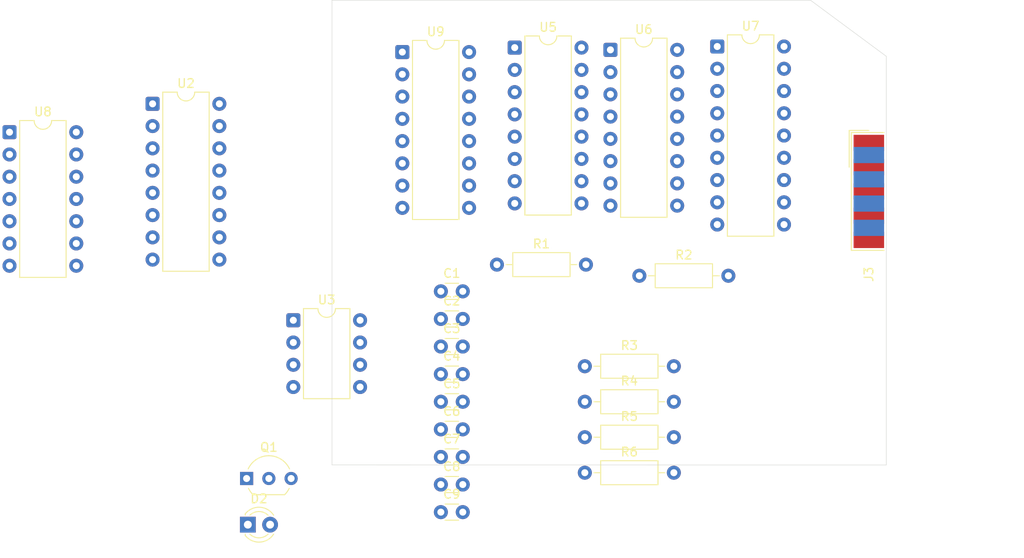
<source format=kicad_pcb>
(kicad_pcb (version 20241229) (generator "pcbnew") (generator_version "9.0")
  (layers (0 "F.Cu" signal) (2 "B.Cu" signal) (13 "F.Paste" user) (15 "B.Paste" user) (5 "F.SilkS" user "F.Silkscreen") (7 "B.SilkS" user "B.Silkscreen") (1 "F.Mask" user) (3 "B.Mask" user) (25 "Edge.Cuts" user))
  (net 0 "")
  (net 1 "Net-(U3-THR)")
  (net 2 "GND")
  (net 3 "Net-(U3-CV)")
  (net 4 "+5V")
  (net 5 "Net-(D2-A)")
  (net 6 "/DOWN")
  (net 7 "/LEFT")
  (net 9 "/BUTTON2")
  (net 10 "/TRIGGER")
  (net 11 "/RIGHT")
  (net 12 "/UP")
  (net 13 "Net-(Q1-C)")
  (net 14 "Net-(Q1-B)")
  (net 15 "Net-(U3-DIS)")
  (net 16 "/SNES_Data")
  (net 17 "Net-(D1-A)")
  (net 18 "/TURBO")
  (net 21 "/SNES_Clock")
  (net 24 "/SNES_Latch")
  (net 25 "/Turbo_Fire_CLK")
  (net 32 "/SNES_R")
  (net 33 "Net-(U5-QH')")
  (net 35 "/SNES_L")
  (net 37 "Net-(U5-RCLK)")
  (net 38 "/SNES_X")
  (net 39 "/SNES_A")
  (net 42 "/SNES_B")
  (net 44 "/SNES_Select")
  (net 45 "/SNES_Start")
  (net 46 "/SNES_Left")
  (net 47 "/SNES_Right")
  (net 48 "/SNES_Y")
  (net 49 "/SNES_Down")
  (net 50 "/SNES_Up")
  (net 53 "/Turbo_Trigger")
  (net 56 "/~{TURBO}")
  (footprint "Capacitor_THT:C_Disc_D3.0mm_W1.6mm_P2.50mm" (layer "F.Cu") (at 154.512 95.101)
    (property "Reference" "C7" (at 1.25 -2.05 0) (layer "F.SilkS"))
    (property "Value" "1 uF")
    (fp_line (start 0.485 -0.92) (end 2.015 -0.92) (stroke (width 0.12)) (layer "F.SilkS"))
    (fp_line (start 2.015 0.92) (end 0.485 0.92) (stroke (width 0.12)) (layer "F.SilkS"))
    (pad "1" thru_hole circle (at 0 0) (size 1.6 1.6) (drill 0.8) (layers "*.Cu" "*.Mask") (net 4 "+5V"))
    (pad "2" thru_hole circle (at 2.5 0) (size 1.6 1.6) (drill 0.8) (layers "*.Cu" "*.Mask") (net 2 "GND"))
  )
  (footprint "Resistor_THT:R_Axial_DIN0207_L6.3mm_D2.5mm_P10.16mm_Horizontal" (layer "F.Cu") (at 160.909 73.152)
    (property "Reference" "R1" (at 5.08 -2.37 0) (layer "F.SilkS"))
    (property "Value" "680R")
    (fp_line (start 1.04 0) (end 1.81 0) (stroke (width 0.12)) (layer "F.SilkS"))
    (fp_line (start 9.12 0) (end 8.35 0) (stroke (width 0.12)) (layer "F.SilkS"))
    (fp_rect (start 1.81 -1.37) (end 8.35 1.37) (stroke (width 0.12)) (fill no) (layer "F.SilkS"))
    (pad "1" thru_hole circle (at 0 0) (size 1.6 1.6) (drill 0.8) (layers "*.Cu" "*.Mask") (net 1 "Net-(U3-THR)"))
    (pad "2" thru_hole circle (at 10.16 0) (size 1.6 1.6) (drill 0.8) (layers "*.Cu" "*.Mask") (net 15 "Net-(U3-DIS)"))
  )
  (footprint "Package_DIP:DIP-8_W7.62mm" (layer "F.Cu") (at 137.673 79.502)
    (property "Reference" "U3" (at 3.81 -2.33 0) (layer "F.SilkS"))
    (property "Value" "NE555P")
    (fp_line (start 1.16 -1.33) (end 1.16 8.95) (stroke (width 0.12)) (layer "F.SilkS"))
    (fp_line (start 1.16 8.95) (end 6.46 8.95) (stroke (width 0.12)) (layer "F.SilkS"))
    (fp_line (start 2.81 -1.33) (end 1.16 -1.33) (stroke (width 0.12)) (layer "F.SilkS"))
    (fp_line (start 6.46 -1.33) (end 4.81 -1.33) (stroke (width 0.12)) (layer "F.SilkS"))
    (fp_line (start 6.46 8.95) (end 6.46 -1.33) (stroke (width 0.12)) (layer "F.SilkS"))
    (fp_arc (start 4.81 -1.33) (mid 3.81 -0.33) (end 2.81 -1.33) (stroke (width 0.12)) (layer "F.SilkS"))
    (pad "1" thru_hole roundrect (at 0 0) (size 1.6 1.6) (drill 0.8) (layers "*.Cu" "*.Mask") (roundrect_rratio 0.15625) (net 2 "GND"))
    (pad "2" thru_hole circle (at 0 2.54) (size 1.6 1.6) (drill 0.8) (layers "*.Cu" "*.Mask") (net 1 "Net-(U3-THR)"))
    (pad "3" thru_hole circle (at 0 5.08) (size 1.6 1.6) (drill 0.8) (layers "*.Cu" "*.Mask") (net 21 "/SNES_Clock"))
    (pad "4" thru_hole circle (at 0 7.62) (size 1.6 1.6) (drill 0.8) (layers "*.Cu" "*.Mask") (net 4 "+5V"))
    (pad "5" thru_hole circle (at 7.62 7.62) (size 1.6 1.6) (drill 0.8) (layers "*.Cu" "*.Mask") (net 3 "Net-(U3-CV)"))
    (pad "6" thru_hole circle (at 7.62 5.08) (size 1.6 1.6) (drill 0.8) (layers "*.Cu" "*.Mask") (net 1 "Net-(U3-THR)"))
    (pad "7" thru_hole circle (at 7.62 2.54) (size 1.6 1.6) (drill 0.8) (layers "*.Cu" "*.Mask") (net 15 "Net-(U3-DIS)"))
    (pad "8" thru_hole circle (at 7.62 0) (size 1.6 1.6) (drill 0.8) (layers "*.Cu" "*.Mask") (net 4 "+5V"))
  )
  (footprint "Capacitor_THT:C_Disc_D3.0mm_W1.6mm_P2.50mm" (layer "F.Cu") (at 154.512 76.201)
    (property "Reference" "C1" (at 1.25 -2.05 0) (layer "F.SilkS"))
    (property "Value" "4.7 nF")
    (fp_line (start 0.485 -0.92) (end 2.015 -0.92) (stroke (width 0.12)) (layer "F.SilkS"))
    (fp_line (start 2.015 0.92) (end 0.485 0.92) (stroke (width 0.12)) (layer "F.SilkS"))
    (pad "1" thru_hole circle (at 0 0) (size 1.6 1.6) (drill 0.8) (layers "*.Cu" "*.Mask") (net 1 "Net-(U3-THR)"))
    (pad "2" thru_hole circle (at 2.5 0) (size 1.6 1.6) (drill 0.8) (layers "*.Cu" "*.Mask") (net 2 "GND"))
  )
  (footprint "Resistor_THT:R_Axial_DIN0207_L6.3mm_D2.5mm_P10.16mm_Horizontal" (layer "F.Cu") (at 170.942 84.751)
    (property "Reference" "R3" (at 5.08 -2.37 0) (layer "F.SilkS"))
    (property "Value" "10K")
    (fp_line (start 1.04 0) (end 1.81 0) (stroke (width 0.12)) (layer "F.SilkS"))
    (fp_line (start 9.12 0) (end 8.35 0) (stroke (width 0.12)) (layer "F.SilkS"))
    (fp_rect (start 1.81 -1.37) (end 8.35 1.37) (stroke (width 0.12)) (fill no) (layer "F.SilkS"))
    (pad "1" thru_hole circle (at 0 0) (size 1.6 1.6) (drill 0.8) (layers "*.Cu" "*.Mask") (net 13 "Net-(Q1-C)"))
    (pad "2" thru_hole circle (at 10.16 0) (size 1.6 1.6) (drill 0.8) (layers "*.Cu" "*.Mask") (net 4 "+5V"))
  )
  (footprint "Package_DIP:DIP-16_W7.62mm" (layer "F.Cu") (at 162.941 48.387)
    (property "Reference" "U5" (at 3.81 -2.33 0) (layer "F.SilkS"))
    (property "Value" "74HC595")
    (fp_line (start 1.16 -1.33) (end 1.16 19.11) (stroke (width 0.12)) (layer "F.SilkS"))
    (fp_line (start 1.16 19.11) (end 6.46 19.11) (stroke (width 0.12)) (layer "F.SilkS"))
    (fp_line (start 2.81 -1.33) (end 1.16 -1.33) (stroke (width 0.12)) (layer "F.SilkS"))
    (fp_line (start 6.46 -1.33) (end 4.81 -1.33) (stroke (width 0.12)) (layer "F.SilkS"))
    (fp_line (start 6.46 19.11) (end 6.46 -1.33) (stroke (width 0.12)) (layer "F.SilkS"))
    (fp_arc (start 4.81 -1.33) (mid 3.81 -0.33) (end 2.81 -1.33) (stroke (width 0.12)) (layer "F.SilkS"))
    (pad "1" thru_hole roundrect (at 0 0) (size 1.6 1.6) (drill 0.8) (layers "*.Cu" "*.Mask") (roundrect_rratio 0.15625))
    (pad "2" thru_hole circle (at 0 2.54) (size 1.6 1.6) (drill 0.8) (layers "*.Cu" "*.Mask"))
    (pad "3" thru_hole circle (at 0 5.08) (size 1.6 1.6) (drill 0.8) (layers "*.Cu" "*.Mask"))
    (pad "4" thru_hole circle (at 0 7.62) (size 1.6 1.6) (drill 0.8) (layers "*.Cu" "*.Mask") (net 32 "/SNES_R"))
    (pad "5" thru_hole circle (at 0 10.16) (size 1.6 1.6) (drill 0.8) (layers "*.Cu" "*.Mask") (net 35 "/SNES_L"))
    (pad "6" thru_hole circle (at 0 12.7) (size 1.6 1.6) (drill 0.8) (layers "*.Cu" "*.Mask") (net 38 "/SNES_X"))
    (pad "7" thru_hole circle (at 0 15.24) (size 1.6 1.6) (drill 0.8) (layers "*.Cu" "*.Mask") (net 39 "/SNES_A"))
    (pad "8" thru_hole circle (at 0 17.78) (size 1.6 1.6) (drill 0.8) (layers "*.Cu" "*.Mask") (net 2 "GND"))
    (pad "9" thru_hole circle (at 7.62 17.78) (size 1.6 1.6) (drill 0.8) (layers "*.Cu" "*.Mask") (net 33 "Net-(U5-QH')"))
    (pad "10" thru_hole circle (at 7.62 15.24) (size 1.6 1.6) (drill 0.8) (layers "*.Cu" "*.Mask") (net 4 "+5V"))
    (pad "11" thru_hole circle (at 7.62 12.7) (size 1.6 1.6) (drill 0.8) (layers "*.Cu" "*.Mask") (net 21 "/SNES_Clock"))
    (pad "12" thru_hole circle (at 7.62 10.16) (size 1.6 1.6) (drill 0.8) (layers "*.Cu" "*.Mask") (net 37 "Net-(U5-RCLK)"))
    (pad "13" thru_hole circle (at 7.62 7.62) (size 1.6 1.6) (drill 0.8) (layers "*.Cu" "*.Mask") (net 2 "GND"))
    (pad "14" thru_hole circle (at 7.62 5.08) (size 1.6 1.6) (drill 0.8) (layers "*.Cu" "*.Mask") (net 13 "Net-(Q1-C)"))
    (pad "15" thru_hole circle (at 7.62 2.54) (size 1.6 1.6) (drill 0.8) (layers "*.Cu" "*.Mask"))
    (pad "16" thru_hole circle (at 7.62 0) (size 1.6 1.6) (drill 0.8) (layers "*.Cu" "*.Mask") (net 4 "+5V"))
  )
  (footprint "Resistor_THT:R_Axial_DIN0207_L6.3mm_D2.5mm_P10.16mm_Horizontal" (layer "F.Cu") (at 170.942 88.801)
    (property "Reference" "R4" (at 5.08 -2.37 0) (layer "F.SilkS"))
    (property "Value" "1K")
    (fp_line (start 1.04 0) (end 1.81 0) (stroke (width 0.12)) (layer "F.SilkS"))
    (fp_line (start 9.12 0) (end 8.35 0) (stroke (width 0.12)) (layer "F.SilkS"))
    (fp_rect (start 1.81 -1.37) (end 8.35 1.37) (stroke (width 0.12)) (fill no) (layer "F.SilkS"))
    (pad "1" thru_hole circle (at 0 0) (size 1.6 1.6) (drill 0.8) (layers "*.Cu" "*.Mask") (net 14 "Net-(Q1-B)"))
    (pad "2" thru_hole circle (at 10.16 0) (size 1.6 1.6) (drill 0.8) (layers "*.Cu" "*.Mask") (net 16 "/SNES_Data"))
  )
  (footprint "Resistor_THT:R_Axial_DIN0207_L6.3mm_D2.5mm_P10.16mm_Horizontal" (layer "F.Cu") (at 170.942 96.901)
    (property "Reference" "R6" (at 5.08 -2.37 0) (layer "F.SilkS"))
    (property "Value" "330R")
    (fp_line (start 1.04 0) (end 1.81 0) (stroke (width 0.12)) (layer "F.SilkS"))
    (fp_line (start 9.12 0) (end 8.35 0) (stroke (width 0.12)) (layer "F.SilkS"))
    (fp_rect (start 1.81 -1.37) (end 8.35 1.37) (stroke (width 0.12)) (fill no) (layer "F.SilkS"))
    (pad "1" thru_hole circle (at 0 0) (size 1.6 1.6) (drill 0.8) (layers "*.Cu" "*.Mask") (net 4 "+5V"))
    (pad "2" thru_hole circle (at 10.16 0) (size 1.6 1.6) (drill 0.8) (layers "*.Cu" "*.Mask") (net 5 "Net-(D2-A)"))
  )
  (footprint "Resistor_THT:R_Axial_DIN0207_L6.3mm_D2.5mm_P10.16mm_Horizontal" (layer "F.Cu") (at 170.942 92.851)
    (property "Reference" "R5" (at 5.08 -2.37 0) (layer "F.SilkS"))
    (property "Value" "330R")
    (fp_line (start 1.04 0) (end 1.81 0) (stroke (width 0.12)) (layer "F.SilkS"))
    (fp_line (start 9.12 0) (end 8.35 0) (stroke (width 0.12)) (layer "F.SilkS"))
    (fp_rect (start 1.81 -1.37) (end 8.35 1.37) (stroke (width 0.12)) (fill no) (layer "F.SilkS"))
    (pad "1" thru_hole circle (at 0 0) (size 1.6 1.6) (drill 0.8) (layers "*.Cu" "*.Mask") (net 18 "/TURBO"))
    (pad "2" thru_hole circle (at 10.16 0) (size 1.6 1.6) (drill 0.8) (layers "*.Cu" "*.Mask") (net 17 "Net-(D1-A)"))
  )
  (footprint "LED_THT:LED_D3.0mm" (layer "F.Cu") (at 132.482 102.831)
    (property "Reference" "D2" (at 1.27 -2.96 0) (layer "F.SilkS"))
    (property "Value" "Power")
    (fp_line (start -0.29 -1.236) (end -0.29 -1.08) (stroke (width 0.12)) (layer "F.SilkS"))
    (fp_line (start -0.29 1.08) (end -0.29 1.236) (stroke (width 0.12)) (layer "F.SilkS"))
    (fp_arc (start -0.29 -1.235516) (mid 1.36566 -1.987699) (end 2.941437 -1.08) (stroke (width 0.12)) (layer "F.SilkS"))
    (fp_arc (start 0.229039 -1.08) (mid 1.27 -1.5) (end 2.310961 -1.08) (stroke (width 0.12)) (layer "F.SilkS"))
    (fp_arc (start 2.310961 1.08) (mid 1.27 1.5) (end 0.229039 1.08) (stroke (width 0.12)) (layer "F.SilkS"))
    (fp_arc (start 2.941437 1.08) (mid 1.36566 1.987699) (end -0.29 1.235516) (stroke (width 0.12)) (layer "F.SilkS"))
    (pad "1" thru_hole rect (at 0 0) (size 1.8 1.8) (drill 0.9) (layers "*.Cu" "*.Mask") (net 2 "GND"))
    (pad "2" thru_hole circle (at 2.54 0) (size 1.8 1.8) (drill 0.9) (layers "*.Cu" "*.Mask") (net 5 "Net-(D2-A)"))
  )
  (footprint "Package_DIP:DIP-16_W7.62mm" (layer "F.Cu") (at 121.612 54.801)
    (property "Reference" "U2" (at 3.81 -2.33 0) (layer "F.SilkS"))
    (property "Value" "74HC4040")
    (fp_line (start 1.16 -1.33) (end 1.16 19.11) (stroke (width 0.12)) (layer "F.SilkS"))
    (fp_line (start 1.16 19.11) (end 6.46 19.11) (stroke (width 0.12)) (layer "F.SilkS"))
    (fp_line (start 2.81 -1.33) (end 1.16 -1.33) (stroke (width 0.12)) (layer "F.SilkS"))
    (fp_line (start 6.46 -1.33) (end 4.81 -1.33) (stroke (width 0.12)) (layer "F.SilkS"))
    (fp_line (start 6.46 19.11) (end 6.46 -1.33) (stroke (width 0.12)) (layer "F.SilkS"))
    (fp_arc (start 4.81 -1.33) (mid 3.81 -0.33) (end 2.81 -1.33) (stroke (width 0.12)) (layer "F.SilkS"))
    (pad "1" thru_hole roundrect (at 0 0) (size 1.6 1.6) (drill 0.8) (layers "*.Cu" "*.Mask") (roundrect_rratio 0.15625))
    (pad "2" thru_hole circle (at 0 2.54) (size 1.6 1.6) (drill 0.8) (layers "*.Cu" "*.Mask"))
    (pad "3" thru_hole circle (at 0 5.08) (size 1.6 1.6) (drill 0.8) (layers "*.Cu" "*.Mask") (net 24 "/SNES_Latch"))
    (pad "4" thru_hole circle (at 0 7.62) (size 1.6 1.6) (drill 0.8) (layers "*.Cu" "*.Mask"))
    (pad "5" thru_hole circle (at 0 10.16) (size 1.6 1.6) (drill 0.8) (layers "*.Cu" "*.Mask"))
    (pad "6" thru_hole circle (at 0 12.7) (size 1.6 1.6) (drill 0.8) (layers "*.Cu" "*.Mask"))
    (pad "7" thru_hole circle (at 0 15.24) (size 1.6 1.6) (drill 0.8) (layers "*.Cu" "*.Mask"))
    (pad "8" thru_hole circle (at 0 17.78) (size 1.6 1.6) (drill 0.8) (layers "*.Cu" "*.Mask") (net 2 "GND"))
    (pad "9" thru_hole circle (at 7.62 17.78) (size 1.6 1.6) (drill 0.8) (layers "*.Cu" "*.Mask"))
    (pad "10" thru_hole circle (at 7.62 15.24) (size 1.6 1.6) (drill 0.8) (layers "*.Cu" "*.Mask") (net 21 "/SNES_Clock"))
    (pad "11" thru_hole circle (at 7.62 12.7) (size 1.6 1.6) (drill 0.8) (layers "*.Cu" "*.Mask") (net 2 "GND"))
    (pad "12" thru_hole circle (at 7.62 10.16) (size 1.6 1.6) (drill 0.8) (layers "*.Cu" "*.Mask"))
    (pad "13" thru_hole circle (at 7.62 7.62) (size 1.6 1.6) (drill 0.8) (layers "*.Cu" "*.Mask"))
    (pad "14" thru_hole circle (at 7.62 5.08) (size 1.6 1.6) (drill 0.8) (layers "*.Cu" "*.Mask") (net 25 "/Turbo_Fire_CLK"))
    (pad "15" thru_hole circle (at 7.62 2.54) (size 1.6 1.6) (drill 0.8) (layers "*.Cu" "*.Mask"))
    (pad "16" thru_hole circle (at 7.62 0) (size 1.6 1.6) (drill 0.8) (layers "*.Cu" "*.Mask") (net 4 "+5V"))
  )
  (footprint "Capacitor_THT:C_Disc_D3.0mm_W1.6mm_P2.50mm" (layer "F.Cu") (at 154.512 82.501)
    (property "Reference" "C3" (at 1.25 -2.05 0) (layer "F.SilkS"))
    (property "Value" "1 uF")
    (fp_line (start 0.485 -0.92) (end 2.015 -0.92) (stroke (width 0.12)) (layer "F.SilkS"))
    (fp_line (start 2.015 0.92) (end 0.485 0.92) (stroke (width 0.12)) (layer "F.SilkS"))
    (pad "1" thru_hole circle (at 0 0) (size 1.6 1.6) (drill 0.8) (layers "*.Cu" "*.Mask") (net 4 "+5V"))
    (pad "2" thru_hole circle (at 2.5 0) (size 1.6 1.6) (drill 0.8) (layers "*.Cu" "*.Mask") (net 2 "GND"))
  )
  (footprint "Package_DIP:DIP-16_W7.62mm" (layer "F.Cu") (at 173.863 48.641)
    (property "Reference" "U6" (at 3.81 -2.33 0) (layer "F.SilkS"))
    (property "Value" "74HC595")
    (fp_line (start 1.16 -1.33) (end 1.16 19.11) (stroke (width 0.12)) (layer "F.SilkS"))
    (fp_line (start 1.16 19.11) (end 6.46 19.11) (stroke (width 0.12)) (layer "F.SilkS"))
    (fp_line (start 2.81 -1.33) (end 1.16 -1.33) (stroke (width 0.12)) (layer "F.SilkS"))
    (fp_line (start 6.46 -1.33) (end 4.81 -1.33) (stroke (width 0.12)) (layer "F.SilkS"))
    (fp_line (start 6.46 19.11) (end 6.46 -1.33) (stroke (width 0.12)) (layer "F.SilkS"))
    (fp_arc (start 4.81 -1.33) (mid 3.81 -0.33) (end 2.81 -1.33) (stroke (width 0.12)) (layer "F.SilkS"))
    (pad "1" thru_hole roundrect (at 0 0) (size 1.6 1.6) (drill 0.8) (layers "*.Cu" "*.Mask") (roundrect_rratio 0.15625) (net 46 "/SNES_Left"))
    (pad "2" thru_hole circle (at 0 2.54) (size 1.6 1.6) (drill 0.8) (layers "*.Cu" "*.Mask") (net 49 "/SNES_Down"))
    (pad "3" thru_hole circle (at 0 5.08) (size 1.6 1.6) (drill 0.8) (layers "*.Cu" "*.Mask") (net 50 "/SNES_Up"))
    (pad "4" thru_hole circle (at 0 7.62) (size 1.6 1.6) (drill 0.8) (layers "*.Cu" "*.Mask") (net 45 "/SNES_Start"))
    (pad "5" thru_hole circle (at 0 10.16) (size 1.6 1.6) (drill 0.8) (layers "*.Cu" "*.Mask") (net 44 "/SNES_Select"))
    (pad "6" thru_hole circle (at 0 12.7) (size 1.6 1.6) (drill 0.8) (layers "*.Cu" "*.Mask") (net 48 "/SNES_Y"))
    (pad "7" thru_hole circle (at 0 15.24) (size 1.6 1.6) (drill 0.8) (layers "*.Cu" "*.Mask") (net 42 "/SNES_B"))
    (pad "8" thru_hole circle (at 0 17.78) (size 1.6 1.6) (drill 0.8) (layers "*.Cu" "*.Mask") (net 2 "GND"))
    (pad "9" thru_hole circle (at 7.62 17.78) (size 1.6 1.6) (drill 0.8) (layers "*.Cu" "*.Mask"))
    (pad "10" thru_hole circle (at 7.62 15.24) (size 1.6 1.6) (drill 0.8) (layers "*.Cu" "*.Mask") (net 4 "+5V"))
    (pad "11" thru_hole circle (at 7.62 12.7) (size 1.6 1.6) (drill 0.8) (layers "*.Cu" "*.Mask") (net 21 "/SNES_Clock"))
    (pad "12" thru_hole circle (at 7.62 10.16) (size 1.6 1.6) (drill 0.8) (layers "*.Cu" "*.Mask") (net 37 "Net-(U5-RCLK)"))
    (pad "13" thru_hole circle (at 7.62 7.62) (size 1.6 1.6) (drill 0.8) (layers "*.Cu" "*.Mask") (net 2 "GND"))
    (pad "14" thru_hole circle (at 7.62 5.08) (size 1.6 1.6) (drill 0.8) (layers "*.Cu" "*.Mask") (net 33 "Net-(U5-QH')"))
    (pad "15" thru_hole circle (at 7.62 2.54) (size 1.6 1.6) (drill 0.8) (layers "*.Cu" "*.Mask") (net 47 "/SNES_Right"))
    (pad "16" thru_hole circle (at 7.62 0) (size 1.6 1.6) (drill 0.8) (layers "*.Cu" "*.Mask") (net 4 "+5V"))
  )
  (footprint "Resistor_THT:R_Axial_DIN0207_L6.3mm_D2.5mm_P10.16mm_Horizontal" (layer "F.Cu") (at 177.165 74.422)
    (property "Reference" "R2" (at 5.08 -2.37 0) (layer "F.SilkS"))
    (property "Value" "2.7K")
    (fp_line (start 1.04 0) (end 1.81 0) (stroke (width 0.12)) (layer "F.SilkS"))
    (fp_line (start 9.12 0) (end 8.35 0) (stroke (width 0.12)) (layer "F.SilkS"))
    (fp_rect (start 1.81 -1.37) (end 8.35 1.37) (stroke (width 0.12)) (fill no) (layer "F.SilkS"))
    (pad "1" thru_hole circle (at 0 0) (size 1.6 1.6) (drill 0.8) (layers "*.Cu" "*.Mask") (net 15 "Net-(U3-DIS)"))
    (pad "2" thru_hole circle (at 10.16 0) (size 1.6 1.6) (drill 0.8) (layers "*.Cu" "*.Mask") (net 4 "+5V"))
  )
  (footprint "Capacitor_THT:C_Disc_D3.0mm_W1.6mm_P2.50mm" (layer "F.Cu") (at 154.512 85.651)
    (property "Reference" "C4" (at 1.25 -2.05 0) (layer "F.SilkS"))
    (property "Value" "1 uF")
    (fp_line (start 0.485 -0.92) (end 2.015 -0.92) (stroke (width 0.12)) (layer "F.SilkS"))
    (fp_line (start 2.015 0.92) (end 0.485 0.92) (stroke (width 0.12)) (layer "F.SilkS"))
    (pad "1" thru_hole circle (at 0 0) (size 1.6 1.6) (drill 0.8) (layers "*.Cu" "*.Mask") (net 4 "+5V"))
    (pad "2" thru_hole circle (at 2.5 0) (size 1.6 1.6) (drill 0.8) (layers "*.Cu" "*.Mask") (net 2 "GND"))
  )
  (footprint "Package_DIP:DIP-14_W7.62mm" (layer "F.Cu") (at 105.283 58.039)
    (property "Reference" "U8" (at 3.81 -2.33 0) (layer "F.SilkS"))
    (property "Value" "74HC74")
    (fp_line (start 1.16 -1.33) (end 1.16 16.57) (stroke (width 0.12)) (layer "F.SilkS"))
    (fp_line (start 1.16 16.57) (end 6.46 16.57) (stroke (width 0.12)) (layer "F.SilkS"))
    (fp_line (start 2.81 -1.33) (end 1.16 -1.33) (stroke (width 0.12)) (layer "F.SilkS"))
    (fp_line (start 6.46 -1.33) (end 4.81 -1.33) (stroke (width 0.12)) (layer "F.SilkS"))
    (fp_line (start 6.46 16.57) (end 6.46 -1.33) (stroke (width 0.12)) (layer "F.SilkS"))
    (fp_arc (start 4.81 -1.33) (mid 3.81 -0.33) (end 2.81 -1.33) (stroke (width 0.12)) (layer "F.SilkS"))
    (pad "1" thru_hole roundrect (at 0 0) (size 1.6 1.6) (drill 0.8) (layers "*.Cu" "*.Mask") (roundrect_rratio 0.15625) (net 4 "+5V"))
    (pad "2" thru_hole circle (at 0 2.54) (size 1.6 1.6) (drill 0.8) (layers "*.Cu" "*.Mask") (net 18 "/TURBO"))
    (pad "3" thru_hole circle (at 0 5.08) (size 1.6 1.6) (drill 0.8) (layers "*.Cu" "*.Mask") (net 44 "/SNES_Select"))
    (pad "4" thru_hole circle (at 0 7.62) (size 1.6 1.6) (drill 0.8) (layers "*.Cu" "*.Mask") (net 4 "+5V"))
    (pad "5" thru_hole circle (at 0 10.16) (size 1.6 1.6) (drill 0.8) (layers "*.Cu" "*.Mask") (net 56 "/~{TURBO}"))
    (pad "6" thru_hole circle (at 0 12.7) (size 1.6 1.6) (drill 0.8) (layers "*.Cu" "*.Mask") (net 18 "/TURBO"))
    (pad "7" thru_hole circle (at 0 15.24) (size 1.6 1.6) (drill 0.8) (layers "*.Cu" "*.Mask") (net 2 "GND"))
    (pad "8" thru_hole circle (at 7.62 15.24) (size 1.6 1.6) (drill 0.8) (layers "*.Cu" "*.Mask"))
    (pad "9" thru_hole circle (at 7.62 12.7) (size 1.6 1.6) (drill 0.8) (layers "*.Cu" "*.Mask"))
    (pad "10" thru_hole circle (at 7.62 10.16) (size 1.6 1.6) (drill 0.8) (layers "*.Cu" "*.Mask"))
    (pad "11" thru_hole circle (at 7.62 7.62) (size 1.6 1.6) (drill 0.8) (layers "*.Cu" "*.Mask"))
    (pad "12" thru_hole circle (at 7.62 5.08) (size 1.6 1.6) (drill 0.8) (layers "*.Cu" "*.Mask"))
    (pad "13" thru_hole circle (at 7.62 2.54) (size 1.6 1.6) (drill 0.8) (layers "*.Cu" "*.Mask"))
    (pad "14" thru_hole circle (at 7.62 0) (size 1.6 1.6) (drill 0.8) (layers "*.Cu" "*.Mask") (net 4 "+5V"))
  )
  (footprint "Package_TO_SOT_THT:TO-92_Inline_Wide" (layer "F.Cu") (at 132.342 97.561)
    (property "Reference" "Q1" (at 2.54 -3.56 0) (layer "F.SilkS"))
    (property "Value" "2N3904")
    (fp_line (start 0.74 1.85) (end 4.34 1.85) (stroke (width 0.12)) (layer "F.SilkS"))
    (fp_arc (start 0.1836 -1.098807) (mid 1.143021 -2.192817) (end 2.54 -2.6) (stroke (width 0.12)) (layer "F.SilkS"))
    (fp_arc (start 0.74 1.85) (mid 0.446097 1.509328) (end 0.215816 1.122795) (stroke (width 0.12)) (layer "F.SilkS"))
    (fp_arc (start 2.54 -2.6) (mid 3.936979 -2.192818) (end 4.8964 -1.098807) (stroke (width 0.12)) (layer "F.SilkS"))
    (fp_arc (start 4.864184 1.122795) (mid 4.633903 1.509328) (end 4.34 1.85) (stroke (width 0.12)) (layer "F.SilkS"))
    (pad "1" thru_hole rect (at 0 0) (size 1.5 1.5) (drill 0.8) (layers "*.Cu" "*.Mask") (net 2 "GND"))
    (pad "2" thru_hole circle (at 2.54 0) (size 1.5 1.5) (drill 0.8) (layers "*.Cu" "*.Mask") (net 14 "Net-(Q1-B)"))
    (pad "3" thru_hole circle (at 5.08 0) (size 1.5 1.5) (drill 0.8) (layers "*.Cu" "*.Mask") (net 13 "Net-(Q1-C)"))
  )
  (footprint "Capacitor_THT:C_Disc_D3.0mm_W1.6mm_P2.50mm" (layer "F.Cu") (at 154.512 101.401)
    (property "Reference" "C9" (at 1.25 -2.05 0) (layer "F.SilkS"))
    (property "Value" "1 uF")
    (fp_line (start 0.485 -0.92) (end 2.015 -0.92) (stroke (width 0.12)) (layer "F.SilkS"))
    (fp_line (start 2.015 0.92) (end 0.485 0.92) (stroke (width 0.12)) (layer "F.SilkS"))
    (pad "1" thru_hole circle (at 0 0) (size 1.6 1.6) (drill 0.8) (layers "*.Cu" "*.Mask") (net 4 "+5V"))
    (pad "2" thru_hole circle (at 2.5 0) (size 1.6 1.6) (drill 0.8) (layers "*.Cu" "*.Mask") (net 2 "GND"))
  )
  (footprint "Connector_Dsub:DSUB-9_Socket_EdgeMount_P2.77mm" (layer "F.Cu") (at 203.3575 64.8 90)
    (property "Reference" "J3" (at -9.463333 0 90) (layer "F.SilkS"))
    (property "Value" "Atari")
    (fp_line (start 6.963333 -2.24) (end 2.77 -2.24) (stroke (width 0.12)) (layer "F.SilkS"))
    (fp_line (start 6.723333 -2) (end -6.723333 -2) (stroke (width 0.12)) (layer "F.SilkS"))
    (fp_line (start -6.723333 -2) (end -6.723333 1.74) (stroke (width 0.12)) (layer "F.SilkS"))
    (fp_line (start 6.963333 0) (end 6.963333 -2.24) (stroke (width 0.12)) (layer "F.SilkS"))
    (fp_line (start 6.723333 1.74) (end 6.723333 -2) (stroke (width 0.12)) (layer "F.SilkS"))
    (pad "1" smd rect (at 5.54 0 90) (size 1.846667 3.48) (layers "F.Cu" "F.Mask" "F.Paste") (net 12 "/UP"))
    (pad "2" smd rect (at 2.77 0 90) (size 1.846667 3.48) (layers "F.Cu" "F.Mask" "F.Paste") (net 6 "/DOWN"))
    (pad "3" smd rect (at 0 0 90) (size 1.846667 3.48) (layers "F.Cu" "F.Mask" "F.Paste") (net 7 "/LEFT"))
    (pad "4" smd rect (at -2.77 0 90) (size 1.846667 3.48) (layers "F.Cu" "F.Mask" "F.Paste") (net 11 "/RIGHT"))
    (pad "5" smd rect (at -5.54 0 90) (size 1.846667 3.48) (layers "F.Cu" "F.Mask" "F.Paste"))
    (pad "6" smd rect (at 4.155 0 90) (size 1.846667 3.48) (layers "B.Cu" "B.Mask" "B.Paste") (net 10 "/TRIGGER"))
    (pad "7" smd rect (at 1.385 0 90) (size 1.846667 3.48) (layers "B.Cu" "B.Mask" "B.Paste") (net 4 "+5V"))
    (pad "8" smd rect (at -1.385 0 90) (size 1.846667 3.48) (layers "B.Cu" "B.Mask" "B.Paste") (net 2 "GND"))
    (pad "9" smd rect (at -4.155 0 90) (size 1.846667 3.48) (layers "B.Cu" "B.Mask" "B.Paste") (net 9 "/BUTTON2"))
  )
  (footprint "Capacitor_THT:C_Disc_D3.0mm_W1.6mm_P2.50mm" (layer "F.Cu") (at 154.512 91.951)
    (property "Reference" "C6" (at 1.25 -2.05 0) (layer "F.SilkS"))
    (property "Value" "1 uF")
    (fp_line (start 0.485 -0.92) (end 2.015 -0.92) (stroke (width 0.12)) (layer "F.SilkS"))
    (fp_line (start 2.015 0.92) (end 0.485 0.92) (stroke (width 0.12)) (layer "F.SilkS"))
    (pad "1" thru_hole circle (at 0 0) (size 1.6 1.6) (drill 0.8) (layers "*.Cu" "*.Mask") (net 4 "+5V"))
    (pad "2" thru_hole circle (at 2.5 0) (size 1.6 1.6) (drill 0.8) (layers "*.Cu" "*.Mask") (net 2 "GND"))
  )
  (footprint "Capacitor_THT:C_Disc_D3.0mm_W1.6mm_P2.50mm" (layer "F.Cu") (at 154.512 79.351)
    (property "Reference" "C2" (at 1.25 -2.05 0) (layer "F.SilkS"))
    (property "Value" "100 nF")
    (fp_line (start 0.485 -0.92) (end 2.015 -0.92) (stroke (width 0.12)) (layer "F.SilkS"))
    (fp_line (start 2.015 0.92) (end 0.485 0.92) (stroke (width 0.12)) (layer "F.SilkS"))
    (pad "1" thru_hole circle (at 0 0) (size 1.6 1.6) (drill 0.8) (layers "*.Cu" "*.Mask") (net 3 "Net-(U3-CV)"))
    (pad "2" thru_hole circle (at 2.5 0) (size 1.6 1.6) (drill 0.8) (layers "*.Cu" "*.Mask") (net 2 "GND"))
  )
  (footprint "Package_DIP:DIP-16_W7.62mm" (layer "F.Cu") (at 150.114 48.895)
    (property "Reference" "U9" (at 3.81 -2.33 0) (layer "F.SilkS"))
    (property "Value" "4051")
    (fp_line (start 1.16 -1.33) (end 1.16 19.11) (stroke (width 0.12)) (layer "F.SilkS"))
    (fp_line (start 1.16 19.11) (end 6.46 19.11) (stroke (width 0.12)) (layer "F.SilkS"))
    (fp_line (start 2.81 -1.33) (end 1.16 -1.33) (stroke (width 0.12)) (layer "F.SilkS"))
    (fp_line (start 6.46 -1.33) (end 4.81 -1.33) (stroke (width 0.12)) (layer "F.SilkS"))
    (fp_line (start 6.46 19.11) (end 6.46 -1.33) (stroke (width 0.12)) (layer "F.SilkS"))
    (fp_arc (start 4.81 -1.33) (mid 3.81 -0.33) (end 2.81 -1.33) (stroke (width 0.12)) (layer "F.SilkS"))
    (pad "1" thru_hole roundrect (at 0 0) (size 1.6 1.6) (drill 0.8) (layers "*.Cu" "*.Mask") (roundrect_rratio 0.15625) (net 2 "GND"))
    (pad "2" thru_hole circle (at 0 2.54) (size 1.6 1.6) (drill 0.8) (layers "*.Cu" "*.Mask") (net 2 "GND"))
    (pad "3" thru_hole circle (at 0 5.08) (size 1.6 1.6) (drill 0.8) (layers "*.Cu" "*.Mask") (net 53 "/Turbo_Trigger"))
    (pad "4" thru_hole circle (at 0 7.62) (size 1.6 1.6) (drill 0.8) (layers "*.Cu" "*.Mask") (net 2 "GND"))
    (pad "5" thru_hole circle (at 0 10.16) (size 1.6 1.6) (drill 0.8) (layers "*.Cu" "*.Mask") (net 4 "+5V"))
    (pad "6" thru_hole circle (at 0 12.7) (size 1.6 1.6) (drill 0.8) (layers "*.Cu" "*.Mask") (net 2 "GND"))
    (pad "7" thru_hole circle (at 0 15.24) (size 1.6 1.6) (drill 0.8) (layers "*.Cu" "*.Mask") (net 2 "GND"))
    (pad "8" thru_hole circle (at 0 17.78) (size 1.6 1.6) (drill 0.8) (layers "*.Cu" "*.Mask") (net 2 "GND"))
    (pad "9" thru_hole circle (at 7.62 17.78) (size 1.6 1.6) (drill 0.8) (layers "*.Cu" "*.Mask") (net 18 "/TURBO"))
    (pad "10" thru_hole circle (at 7.62 15.24) (size 1.6 1.6) (drill 0.8) (layers "*.Cu" "*.Mask") (net 56 "/~{TURBO}"))
    (pad "11" thru_hole circle (at 7.62 12.7) (size 1.6 1.6) (drill 0.8) (layers "*.Cu" "*.Mask") (net 39 "/SNES_A"))
    (pad "12" thru_hole circle (at 7.62 10.16) (size 1.6 1.6) (drill 0.8) (layers "*.Cu" "*.Mask") (net 25 "/Turbo_Fire_CLK"))
    (pad "13" thru_hole circle (at 7.62 7.62) (size 1.6 1.6) (drill 0.8) (layers "*.Cu" "*.Mask") (net 2 "GND"))
    (pad "14" thru_hole circle (at 7.62 5.08) (size 1.6 1.6) (drill 0.8) (layers "*.Cu" "*.Mask") (net 2 "GND"))
    (pad "15" thru_hole circle (at 7.62 2.54) (size 1.6 1.6) (drill 0.8) (layers "*.Cu" "*.Mask") (net 2 "GND"))
    (pad "16" thru_hole circle (at 7.62 0) (size 1.6 1.6) (drill 0.8) (layers "*.Cu" "*.Mask") (net 4 "+5V"))
  )
  (footprint "Capacitor_THT:C_Disc_D3.0mm_W1.6mm_P2.50mm" (layer "F.Cu") (at 154.512 88.801)
    (property "Reference" "C5" (at 1.25 -2.05 0) (layer "F.SilkS"))
    (property "Value" "1 uF")
    (fp_line (start 0.485 -0.92) (end 2.015 -0.92) (stroke (width 0.12)) (layer "F.SilkS"))
    (fp_line (start 2.015 0.92) (end 0.485 0.92) (stroke (width 0.12)) (layer "F.SilkS"))
    (pad "1" thru_hole circle (at 0 0) (size 1.6 1.6) (drill 0.8) (layers "*.Cu" "*.Mask") (net 4 "+5V"))
    (pad "2" thru_hole circle (at 2.5 0) (size 1.6 1.6) (drill 0.8) (layers "*.Cu" "*.Mask") (net 2 "GND"))
  )
  (footprint "Package_DIP:DIP-18_W7.62mm" (layer "F.Cu") (at 186.055 48.26)
    (property "Reference" "U7" (at 3.81 -2.33 0) (layer "F.SilkS"))
    (property "Value" "ULN2803A")
    (fp_line (start 1.16 -1.33) (end 1.16 21.65) (stroke (width 0.12)) (layer "F.SilkS"))
    (fp_line (start 1.16 21.65) (end 6.46 21.65) (stroke (width 0.12)) (layer "F.SilkS"))
    (fp_line (start 2.81 -1.33) (end 1.16 -1.33) (stroke (width 0.12)) (layer "F.SilkS"))
    (fp_line (start 6.46 -1.33) (end 4.81 -1.33) (stroke (width 0.12)) (layer "F.SilkS"))
    (fp_line (start 6.46 21.65) (end 6.46 -1.33) (stroke (width 0.12)) (layer "F.SilkS"))
    (fp_arc (start 4.81 -1.33) (mid 3.81 -0.33) (end 2.81 -1.33) (stroke (width 0.12)) (layer "F.SilkS"))
    (pad "1" thru_hole roundrect (at 0 0) (size 1.6 1.6) (drill 0.8) (layers "*.Cu" "*.Mask") (roundrect_rratio 0.15625) (net 50 "/SNES_Up"))
    (pad "2" thru_hole circle (at 0 2.54) (size 1.6 1.6) (drill 0.8) (layers "*.Cu" "*.Mask") (net 53 "/Turbo_Trigger"))
    (pad "3" thru_hole circle (at 0 5.08) (size 1.6 1.6) (drill 0.8) (layers "*.Cu" "*.Mask") (net 49 "/SNES_Down"))
    (pad "4" thru_hole circle (at 0 7.62) (size 1.6 1.6) (drill 0.8) (layers "*.Cu" "*.Mask"))
    (pad "5" thru_hole circle (at 0 10.16) (size 1.6 1.6) (drill 0.8) (layers "*.Cu" "*.Mask") (net 46 "/SNES_Left"))
    (pad "6" thru_hole circle (at 0 12.7) (size 1.6 1.6) (drill 0.8) (layers "*.Cu" "*.Mask"))
    (pad "7" thru_hole circle (at 0 15.24) (size 1.6 1.6) (drill 0.8) (layers "*.Cu" "*.Mask") (net 47 "/SNES_Right"))
    (pad "8" thru_hole circle (at 0 17.78) (size 1.6 1.6) (drill 0.8) (layers "*.Cu" "*.Mask") (net 42 "/SNES_B"))
    (pad "9" thru_hole circle (at 0 20.32) (size 1.6 1.6) (drill 0.8) (layers "*.Cu" "*.Mask") (net 2 "GND"))
    (pad "10" thru_hole circle (at 7.62 20.32) (size 1.6 1.6) (drill 0.8) (layers "*.Cu" "*.Mask") (net 4 "+5V"))
    (pad "11" thru_hole circle (at 7.62 17.78) (size 1.6 1.6) (drill 0.8) (layers "*.Cu" "*.Mask") (net 9 "/BUTTON2"))
    (pad "12" thru_hole circle (at 7.62 15.24) (size 1.6 1.6) (drill 0.8) (layers "*.Cu" "*.Mask") (net 11 "/RIGHT"))
    (pad "13" thru_hole circle (at 7.62 12.7) (size 1.6 1.6) (drill 0.8) (layers "*.Cu" "*.Mask"))
    (pad "14" thru_hole circle (at 7.62 10.16) (size 1.6 1.6) (drill 0.8) (layers "*.Cu" "*.Mask") (net 7 "/LEFT"))
    (pad "15" thru_hole circle (at 7.62 7.62) (size 1.6 1.6) (drill 0.8) (layers "*.Cu" "*.Mask"))
    (pad "16" thru_hole circle (at 7.62 5.08) (size 1.6 1.6) (drill 0.8) (layers "*.Cu" "*.Mask") (net 6 "/DOWN"))
    (pad "17" thru_hole circle (at 7.62 2.54) (size 1.6 1.6) (drill 0.8) (layers "*.Cu" "*.Mask") (net 10 "/TRIGGER"))
    (pad "18" thru_hole circle (at 7.62 0) (size 1.6 1.6) (drill 0.8) (layers "*.Cu" "*.Mask") (net 12 "/UP"))
  )
  (footprint "Capacitor_THT:C_Disc_D3.0mm_W1.6mm_P2.50mm" (layer "F.Cu") (at 154.512 98.251)
    (property "Reference" "C8" (at 1.25 -2.05 0) (layer "F.SilkS"))
    (property "Value" "1 uF")
    (fp_line (start 0.485 -0.92) (end 2.015 -0.92) (stroke (width 0.12)) (layer "F.SilkS"))
    (fp_line (start 2.015 0.92) (end 0.485 0.92) (stroke (width 0.12)) (layer "F.SilkS"))
    (pad "1" thru_hole circle (at 0 0) (size 1.6 1.6) (drill 0.8) (layers "*.Cu" "*.Mask") (net 4 "+5V"))
    (pad "2" thru_hole circle (at 2.5 0) (size 1.6 1.6) (drill 0.8) (layers "*.Cu" "*.Mask") (net 2 "GND"))
  )
  (gr_line (start 182.5244 42.9768) (end 142.0876 42.9768) (stroke (width 0.05)) (layer "Edge.Cuts"))
  (gr_line (start 205.35 49.38) (end 205.35 96.02) (stroke (width 0.05)) (layer "Edge.Cuts"))
  (gr_line (start 205.35 49.38) (end 196.6976 42.9768) (stroke (width 0.05)) (layer "Edge.Cuts"))
  (gr_line (start 142.0876 96.012) (end 205.35 96.02) (stroke (width 0.05)) (layer "Edge.Cuts"))
  (gr_line (start 142.0876 42.9768) (end 142.0876 96.012) (stroke (width 0.05)) (layer "Edge.Cuts"))
  (gr_line (start 196.6976 42.9768) (end 182.5244 42.9768) (stroke (width 0.05)) (layer "Edge.Cuts"))
)
</source>
